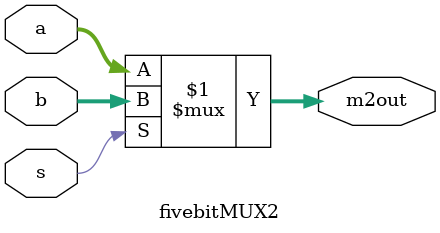
<source format=v>
module MUX2(input[31:0] a , b ,input s , output[31:0] m2out);
  assign m2out = s?b:a;
endmodule

module fivebitMUX2(input[4:0] a , b ,input s , output[4:0] m2out);
  assign m2out = s?b:a;
endmodule

</source>
